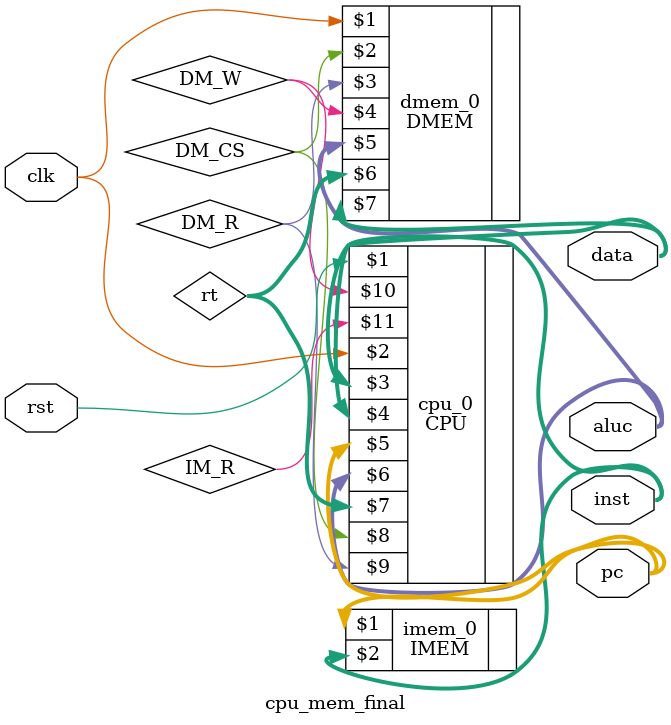
<source format=v>
`timescale 1ns / 1ps
module cpu_mem_final(
	input clk,
	input rst,
	output [31:0]inst,
	output [31:0]pc,
	output [31:0]aluc,
	output [31:0]data
    );
	 wire [31:0] rt;
	 wire IM_R,DM_W,DM_R,DM_CS;
	 CPU cpu_0(rst,clk,inst,data,pc,aluc,rt,DM_CS,DM_R,DM_W,IM_R);
	 IMEM imem_0(pc,inst);
	 DMEM dmem_0(clk,DM_CS,DM_R,DM_W,aluc,rt,data);
	 


endmodule

</source>
